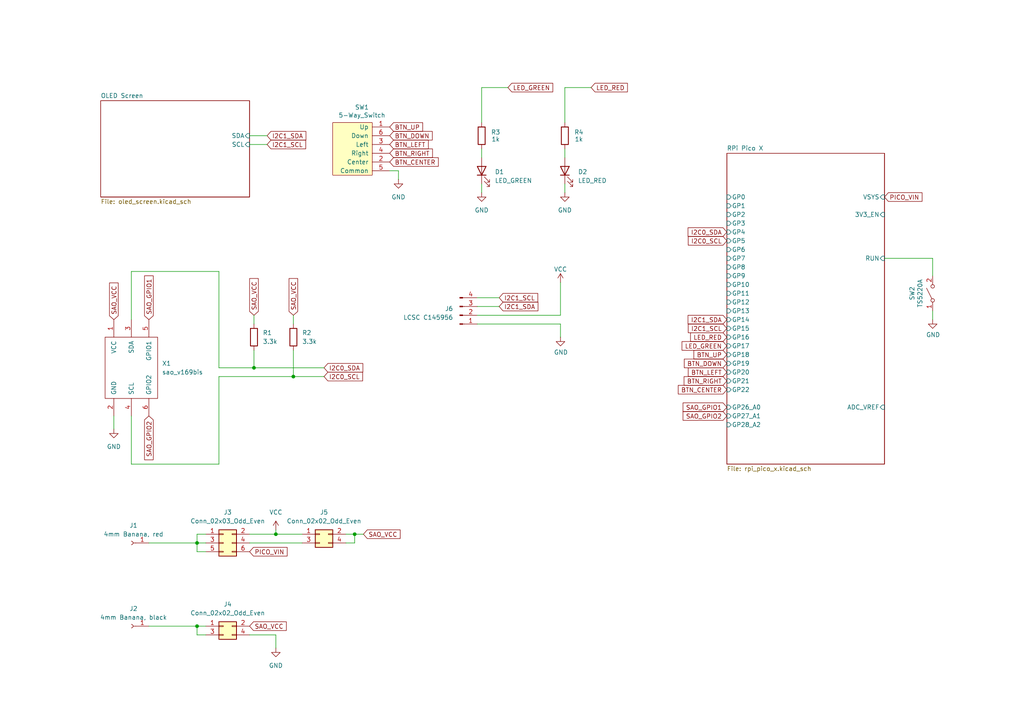
<source format=kicad_sch>
(kicad_sch (version 20241004) (generator "eeschema") (generator_version "8.99")
  (paper "A4")
  (title_block (title "SAO Dev Board") (date "2024-09-21") (rev "1.0") (company "HXR.DK"))
  (lib_symbols
    (symbol "Connector:Conn_01x01_Socket" (pin_names (offset 1.016) (hide yes))
      (property "Reference" "J" (at 0 2.54 0))
      (property "Value" "Conn_01x01_Socket" (at 0 -2.54 0))
      (symbol "Conn_01x01_Socket_1_1"
        (polyline (pts (xy -1.27 0) (xy -0.508 0)) (stroke (width 0.1524)))
        (arc (start 0 -0.508) (mid -0.5058 0) (end 0 0.508) (stroke (width 0.1524)))
        (pin passive line (at -5.08 0 0) (length 3.81) (name "Pin_1") (number "1"))
      )
    )
    (symbol "Connector:Conn_01x04_Male" (pin_names (offset 1.016) (hide yes))
      (property "Reference" "J" (at 0 5.08 0))
      (property "Value" "Conn_01x04_Male" (at 0 -7.62 0))
      (symbol "Conn_01x04_Male_1_1"
        (rectangle (start 0.8636 2.667) (end 0 2.413) (stroke (width 0.1524)) (fill (type outline)))
        (rectangle (start 0.8636 0.127) (end 0 -0.127) (stroke (width 0.1524)) (fill (type outline)))
        (rectangle (start 0.8636 -2.413) (end 0 -2.667) (stroke (width 0.1524)) (fill (type outline)))
        (rectangle (start 0.8636 -4.953) (end 0 -5.207) (stroke (width 0.1524)) (fill (type outline)))
        (polyline (pts (xy 1.27 2.54) (xy 0.8636 2.54)) (stroke (width 0.1524)))
        (polyline (pts (xy 1.27 0) (xy 0.8636 0)) (stroke (width 0.1524)))
        (polyline (pts (xy 1.27 -2.54) (xy 0.8636 -2.54)) (stroke (width 0.1524)))
        (polyline (pts (xy 1.27 -5.08) (xy 0.8636 -5.08)) (stroke (width 0.1524)))
        (pin passive line (at 5.08 2.54 180) (length 3.81) (name "Pin_1") (number "1"))
        (pin passive line (at 5.08 0 180) (length 3.81) (name "Pin_2") (number "2"))
        (pin passive line (at 5.08 -2.54 180) (length 3.81) (name "Pin_3") (number "3"))
        (pin passive line (at 5.08 -5.08 180) (length 3.81) (name "Pin_4") (number "4"))
      )
    )
    (symbol "Connector_Generic:Conn_02x02_Odd_Even" (pin_names (offset 1.016) (hide yes))
      (property "Reference" "J" (at 1.27 2.54 0))
      (property "Value" "Conn_02x02_Odd_Even" (at 1.27 -5.08 0))
      (symbol "Conn_02x02_Odd_Even_1_1"
        (rectangle (start -1.27 1.27) (end 3.81 -3.81) (stroke (width 0.254)) (fill (type background)))
        (rectangle (start -1.27 0.127) (end 0 -0.127) (stroke (width 0.1524)))
        (rectangle (start -1.27 -2.413) (end 0 -2.667) (stroke (width 0.1524)))
        (rectangle (start 3.81 0.127) (end 2.54 -0.127) (stroke (width 0.1524)))
        (rectangle (start 3.81 -2.413) (end 2.54 -2.667) (stroke (width 0.1524)))
        (pin passive line (at -5.08 0 0) (length 3.81) (name "Pin_1") (number "1"))
        (pin passive line (at -5.08 -2.54 0) (length 3.81) (name "Pin_3") (number "3"))
        (pin passive line (at 7.62 0 180) (length 3.81) (name "Pin_2") (number "2"))
        (pin passive line (at 7.62 -2.54 180) (length 3.81) (name "Pin_4") (number "4"))
      )
    )
    (symbol "Connector_Generic:Conn_02x03_Odd_Even" (pin_names (offset 1.016) (hide yes))
      (property "Reference" "J" (at 1.27 5.08 0))
      (property "Value" "Conn_02x03_Odd_Even" (at 1.27 -5.08 0))
      (symbol "Conn_02x03_Odd_Even_1_1"
        (rectangle (start -1.27 3.81) (end 3.81 -3.81) (stroke (width 0.254)) (fill (type background)))
        (rectangle (start -1.27 2.667) (end 0 2.413) (stroke (width 0.1524)))
        (rectangle (start -1.27 0.127) (end 0 -0.127) (stroke (width 0.1524)))
        (rectangle (start -1.27 -2.413) (end 0 -2.667) (stroke (width 0.1524)))
        (rectangle (start 3.81 2.667) (end 2.54 2.413) (stroke (width 0.1524)))
        (rectangle (start 3.81 0.127) (end 2.54 -0.127) (stroke (width 0.1524)))
        (rectangle (start 3.81 -2.413) (end 2.54 -2.667) (stroke (width 0.1524)))
        (pin passive line (at -5.08 2.54 0) (length 3.81) (name "Pin_1") (number "1"))
        (pin passive line (at -5.08 0 0) (length 3.81) (name "Pin_3") (number "3"))
        (pin passive line (at -5.08 -2.54 0) (length 3.81) (name "Pin_5") (number "5"))
        (pin passive line (at 7.62 2.54 180) (length 3.81) (name "Pin_2") (number "2"))
        (pin passive line (at 7.62 0 180) (length 3.81) (name "Pin_4") (number "4"))
        (pin passive line (at 7.62 -2.54 180) (length 3.81) (name "Pin_6") (number "6"))
      )
    )
    (symbol "Device:LED" (pin_numbers (hide yes)) (pin_names (offset 1.016) (hide yes))
      (property "Reference" "D" (at 0 2.54 0))
      (property "Value" "LED" (at 0 -2.54 0))
      (symbol "LED_0_1"
        (polyline (pts (xy -3.048 -0.762) (xy -4.572 -2.286) (xy -3.81 -2.286) (xy -4.572 -2.286) (xy -4.572 -1.524)))
        (polyline (pts (xy -1.778 -0.762) (xy -3.302 -2.286) (xy -2.54 -2.286) (xy -3.302 -2.286) (xy -3.302 -1.524)))
        (polyline (pts (xy -1.27 0) (xy 1.27 0)))
        (polyline (pts (xy -1.27 -1.27) (xy -1.27 1.27)) (stroke (width 0.254)))
        (polyline (pts (xy 1.27 -1.27) (xy 1.27 1.27) (xy -1.27 0) (xy 1.27 -1.27)) (stroke (width 0.254)))
      )
      (symbol "LED_1_1"
        (pin passive line (at -3.81 0 0) (length 2.54) (name "K") (number "1"))
        (pin passive line (at 3.81 0 180) (length 2.54) (name "A") (number "2"))
      )
    )
    (symbol "Device:R" (pin_numbers (hide yes)) (pin_names (offset 0))
      (property "Reference" "R" (at 2.032 0 90))
      (property "Value" "R" (at 0 0 90))
      (symbol "R_0_1"
        (rectangle (start -1.016 -2.54) (end 1.016 2.54) (stroke (width 0.254)))
      )
      (symbol "R_1_1"
        (pin passive line (at 0 3.81 270) (length 1.27) (name "~") (number "1"))
        (pin passive line (at 0 -3.81 90) (length 1.27) (name "~") (number "2"))
      )
    )
    (symbol "Switch:SW_SPST" (pin_names (offset 0) (hide yes))
      (property "Reference" "SW" (at 0 3.175 0))
      (property "Value" "SW_SPST" (at 0 -2.54 0))
      (symbol "SW_SPST_0_0"
        (circle (center -2.032 0) (radius 0.508))
        (polyline (pts (xy -1.524 0.254) (xy 1.524 1.778)))
        (circle (center 2.032 0) (radius 0.508))
      )
      (symbol "SW_SPST_1_1"
        (pin passive line (at -5.08 0 0) (length 2.54) (name "A") (number "1"))
        (pin passive line (at 5.08 0 180) (length 2.54) (name "B") (number "2"))
      )
    )
    (symbol "Switch_Extra:5-Way_Switch" (pin_names (offset 1.016))
      (property "Reference" "U" (at 5.08 10.16 0))
      (property "Value" "Switch_Extra_5-Way_Switch" (at 0 -7.62 0))
      (symbol "5-Way_Switch_0_1"
        (rectangle (start 5.08 8.89) (end -6.35 -6.35) (fill (type background)))
      )
      (symbol "5-Way_Switch_1_1"
        (pin output line (at 10.16 7.62 180) (length 5.08) (name "Up") (number "1"))
        (pin output line (at 10.16 5.08 180) (length 5.08) (name "Down") (number "6"))
        (pin output line (at 10.16 2.54 180) (length 5.08) (name "Left") (number "3"))
        (pin output line (at 10.16 0 180) (length 5.08) (name "Right") (number "4"))
        (pin output line (at 10.16 -2.54 180) (length 5.08) (name "Center") (number "2"))
        (pin input line (at 10.16 -5.08 180) (length 5.08) (name "Common") (number "5"))
        (pin input line (at 10.16 -5.08 180) (length 5.08) (hide yes) (name "SHIELD") (number "SHIELD"))
      )
    )
    (symbol "badgelife_shitty_addon_v169bis:Badgelife_sao_connector_v169bis" (pin_names (offset 1.016))
      (property "Reference" "X" (at 0 0 0))
      (property "Value" "Badgelife_sao_connector_v169bis" (at 0 20.32 0))
      (symbol "Badgelife_sao_connector_v169bis_0_1"
        (rectangle (start -7.62 8.89) (end 7.62 -8.89))
      )
      (symbol "Badgelife_sao_connector_v169bis_1_1"
        (pin input line (at -5.08 13.97 270) (length 5.08) (name "VCC") (number "1"))
        (pin input line (at -5.08 -13.97 90) (length 5.08) (name "GND") (number "2"))
        (pin input line (at 0 13.97 270) (length 5.08) (name "SDA") (number "3"))
        (pin input line (at 0 -13.97 90) (length 5.08) (name "SCL") (number "4"))
        (pin input line (at 5.08 13.97 270) (length 5.08) (name "GPIO1") (number "5"))
        (pin input line (at 5.08 -13.97 90) (length 5.08) (name "GPIO2") (number "6"))
      )
    )
    (symbol "power:GND" (power) (pin_numbers (hide yes)) (pin_names (offset 0) (hide yes))
      (property "Value" "GND" (at 0 -3.81 0))
      (symbol "GND_0_1"
        (polyline (pts (xy 0 0) (xy 0 -1.27) (xy 1.27 -1.27) (xy 0 -2.54) (xy -1.27 -1.27) (xy 0 -1.27)))
      )
      (symbol "GND_1_1"
        (pin power_in line (at 0 0 270) (length 0) (name "~") (number "1"))
      )
    )
    (symbol "power:VCC" (power) (pin_names (offset 0))
      (property "Value" "VCC" (at 0 3.81 0))
      (symbol "VCC_0_1"
        (polyline (pts (xy -0.762 1.27) (xy 0 2.54)))
        (polyline (pts (xy 0 2.54) (xy 0.762 1.27)))
        (polyline (pts (xy 0 0) (xy 0 2.54)))
      )
      (symbol "VCC_1_1"
        (pin power_in line (at 0 0 90) (length 0) (hide yes) (name "VCC") (number "1"))
      )
    )
  )
  (junction (at 85.09 109.22))
  (junction (at 57.15 157.48))
  (junction (at 73.66 106.68))
  (junction (at 80.01 154.94))
  (junction (at 57.15 181.61))
  (junction (at 102.87 154.94))
  (wire (pts (xy 138.43 88.9) (xy 144.78 88.9)))
  (wire (pts (xy 139.7 53.34) (xy 139.7 55.88)))
  (wire (pts (xy 63.5 106.68) (xy 73.66 106.68)))
  (wire (pts (xy 57.15 181.61) (xy 59.69 181.61)))
  (wire (pts (xy 57.15 160.02) (xy 57.15 157.48)))
  (wire (pts (xy 57.15 157.48) (xy 59.69 157.48)))
  (wire (pts (xy 73.66 101.6) (xy 73.66 106.68)))
  (wire (pts (xy 33.02 120.65) (xy 33.02 124.46)))
  (wire (pts (xy 80.01 154.94) (xy 87.63 154.94)))
  (wire (pts (xy 102.87 157.48) (xy 102.87 154.94)))
  (wire (pts (xy 102.87 154.94) (xy 105.41 154.94)))
  (wire (pts (xy 115.57 49.53) (xy 115.57 52.07)))
  (wire (pts (xy 63.5 134.62) (xy 38.1 134.62)))
  (wire (pts (xy 163.83 35.56) (xy 163.83 25.4)))
  (wire (pts (xy 139.7 43.18) (xy 139.7 45.72)))
  (wire (pts (xy 270.51 74.93) (xy 270.51 80.01)))
  (wire (pts (xy 138.43 91.44) (xy 162.56 91.44)))
  (wire (pts (xy 256.54 74.93) (xy 270.51 74.93)))
  (wire (pts (xy 163.83 25.4) (xy 171.45 25.4)))
  (wire (pts (xy 270.51 90.17) (xy 270.51 92.71)))
  (wire (pts (xy 72.39 157.48) (xy 87.63 157.48)))
  (wire (pts (xy 59.69 184.15) (xy 57.15 184.15)))
  (wire (pts (xy 59.69 160.02) (xy 57.15 160.02)))
  (wire (pts (xy 72.39 184.15) (xy 80.01 184.15)))
  (wire (pts (xy 100.33 154.94) (xy 102.87 154.94)))
  (wire (pts (xy 139.7 25.4) (xy 147.32 25.4)))
  (wire (pts (xy 113.03 49.53) (xy 115.57 49.53)))
  (wire (pts (xy 100.33 157.48) (xy 102.87 157.48)))
  (wire (pts (xy 138.43 86.36) (xy 144.78 86.36)))
  (wire (pts (xy 163.83 43.18) (xy 163.83 45.72)))
  (wire (pts (xy 72.39 154.94) (xy 80.01 154.94)))
  (wire (pts (xy 43.18 157.48) (xy 57.15 157.48)))
  (wire (pts (xy 162.56 81.915) (xy 162.56 91.44)))
  (wire (pts (xy 38.1 78.74) (xy 38.1 92.71)))
  (wire (pts (xy 139.7 35.56) (xy 139.7 25.4)))
  (wire (pts (xy 72.39 39.37) (xy 77.47 39.37)))
  (wire (pts (xy 80.01 153.67) (xy 80.01 154.94)))
  (wire (pts (xy 63.5 78.74) (xy 38.1 78.74)))
  (wire (pts (xy 85.09 109.22) (xy 93.98 109.22)))
  (wire (pts (xy 57.15 154.94) (xy 57.15 157.48)))
  (wire (pts (xy 162.56 93.98) (xy 162.56 97.79)))
  (wire (pts (xy 59.69 154.94) (xy 57.15 154.94)))
  (wire (pts (xy 73.66 91.44) (xy 73.66 93.98)))
  (wire (pts (xy 80.01 187.96) (xy 80.01 184.15)))
  (wire (pts (xy 85.09 91.44) (xy 85.09 93.98)))
  (wire (pts (xy 85.09 101.6) (xy 85.09 109.22)))
  (wire (pts (xy 163.83 53.34) (xy 163.83 55.88)))
  (wire (pts (xy 63.5 106.68) (xy 63.5 78.74)))
  (wire (pts (xy 38.1 134.62) (xy 38.1 120.65)))
  (wire (pts (xy 73.66 106.68) (xy 93.98 106.68)))
  (wire (pts (xy 63.5 109.22) (xy 63.5 134.62)))
  (wire (pts (xy 63.5 109.22) (xy 85.09 109.22)))
  (wire (pts (xy 57.15 184.15) (xy 57.15 181.61)))
  (wire (pts (xy 43.18 181.61) (xy 57.15 181.61)))
  (wire (pts (xy 138.43 93.98) (xy 162.56 93.98)))
  (wire (pts (xy 72.39 41.91) (xy 77.47 41.91)))
  (global_label "SAO_GPIO1" (shape input) (at 43.18 92.71 90) (property "Intersheetrefs" "${INTERSHEET_REFS}" (effects (hide yes))))
  (global_label "I2C0_SCL" (shape input) (at 210.82 69.85 180) (property "Intersheetrefs" "${INTERSHEET_REFS}" (effects (hide yes))))
  (global_label "BTN_UP" (shape input) (at 210.82 102.87 180) (property "Intersheetrefs" "${INTERSHEET_REFS}" (effects (hide yes))))
  (global_label "I2C0_SDA" (shape input) (at 210.82 67.31 180) (property "Intersheetrefs" "${INTERSHEET_REFS}" (effects (hide yes))))
  (global_label "SAO_GPIO2" (shape input) (at 210.82 120.65 180) (property "Intersheetrefs" "${INTERSHEET_REFS}" (effects (hide yes))))
  (global_label "BTN_RIGHT" (shape input) (at 113.03 44.45 0) (property "Intersheetrefs" "${INTERSHEET_REFS}" (effects (hide yes))))
  (global_label "BTN_DOWN" (shape input) (at 113.03 39.37 0) (property "Intersheetrefs" "${INTERSHEET_REFS}" (effects (hide yes))))
  (global_label "LED_GREEN" (shape input) (at 147.32 25.4 0) (property "Intersheetrefs" "${INTERSHEET_REFS}" (effects (hide yes))))
  (global_label "PICO_VIN" (shape input) (at 72.39 160.02 0) (property "Intersheetrefs" "${INTERSHEET_REFS}" (effects (hide yes))))
  (global_label "LED_RED" (shape input) (at 210.82 97.79 180) (property "Intersheetrefs" "${INTERSHEET_REFS}" (effects (hide yes))))
  (global_label "BTN_CENTER" (shape input) (at 113.03 46.99 0) (property "Intersheetrefs" "${INTERSHEET_REFS}" (effects (hide yes))))
  (global_label "I2C1_SCL" (shape input) (at 77.47 41.91 0) (property "Intersheetrefs" "${INTERSHEET_REFS}" (effects (hide yes))))
  (global_label "BTN_RIGHT" (shape input) (at 210.82 110.49 180) (property "Intersheetrefs" "${INTERSHEET_REFS}" (effects (hide yes))))
  (global_label "I2C1_SDA" (shape input) (at 77.47 39.37 0) (property "Intersheetrefs" "${INTERSHEET_REFS}" (effects (hide yes))))
  (global_label "I2C1_SCL" (shape input) (at 144.78 86.36 0) (property "Intersheetrefs" "${INTERSHEET_REFS}" (effects (hide yes))))
  (global_label "LED_GREEN" (shape input) (at 210.82 100.33 180) (property "Intersheetrefs" "${INTERSHEET_REFS}" (effects (hide yes))))
  (global_label "BTN_LEFT" (shape input) (at 210.82 107.95 180) (property "Intersheetrefs" "${INTERSHEET_REFS}" (effects (hide yes))))
  (global_label "SAO_GPIO1" (shape input) (at 210.82 118.11 180) (property "Intersheetrefs" "${INTERSHEET_REFS}" (effects (hide yes))))
  (global_label "LED_RED" (shape input) (at 171.45 25.4 0) (property "Intersheetrefs" "${INTERSHEET_REFS}" (effects (hide yes))))
  (global_label "I2C0_SCL" (shape input) (at 93.98 109.22 0) (property "Intersheetrefs" "${INTERSHEET_REFS}" (effects (hide yes))))
  (global_label "SAO_VCC" (shape input) (at 73.66 91.44 90) (property "Intersheetrefs" "${INTERSHEET_REFS}" (effects (hide yes))))
  (global_label "SAO_VCC" (shape input) (at 85.09 91.44 90) (property "Intersheetrefs" "${INTERSHEET_REFS}" (effects (hide yes))))
  (global_label "SAO_VCC" (shape input) (at 105.41 154.94 0) (property "Intersheetrefs" "${INTERSHEET_REFS}" (effects (hide yes))))
  (global_label "SAO_VCC" (shape input) (at 72.39 181.61 0) (property "Intersheetrefs" "${INTERSHEET_REFS}" (effects (hide yes))))
  (global_label "SAO_GPIO2" (shape input) (at 43.18 120.65 270) (property "Intersheetrefs" "${INTERSHEET_REFS}" (effects (hide yes))))
  (global_label "BTN_UP" (shape input) (at 113.03 36.83 0) (property "Intersheetrefs" "${INTERSHEET_REFS}" (effects (hide yes))))
  (global_label "I2C1_SDA" (shape input) (at 210.82 92.71 180) (property "Intersheetrefs" "${INTERSHEET_REFS}" (effects (hide yes))))
  (global_label "PICO_VIN" (shape input) (at 256.54 57.15 0) (property "Intersheetrefs" "${INTERSHEET_REFS}" (effects (hide yes))))
  (global_label "BTN_CENTER" (shape input) (at 210.82 113.03 180) (property "Intersheetrefs" "${INTERSHEET_REFS}" (effects (hide yes))))
  (global_label "I2C1_SCL" (shape input) (at 210.82 95.25 180) (property "Intersheetrefs" "${INTERSHEET_REFS}" (effects (hide yes))))
  (global_label "BTN_LEFT" (shape input) (at 113.03 41.91 0) (property "Intersheetrefs" "${INTERSHEET_REFS}" (effects (hide yes))))
  (global_label "SAO_VCC" (shape input) (at 33.02 92.71 90) (property "Intersheetrefs" "${INTERSHEET_REFS}" (effects (hide yes))))
  (global_label "I2C1_SDA" (shape input) (at 144.78 88.9 0) (property "Intersheetrefs" "${INTERSHEET_REFS}" (effects (hide yes))))
  (global_label "I2C0_SDA" (shape input) (at 93.98 106.68 0) (property "Intersheetrefs" "${INTERSHEET_REFS}" (effects (hide yes))))
  (global_label "BTN_DOWN" (shape input) (at 210.82 105.41 180) (property "Intersheetrefs" "${INTERSHEET_REFS}" (effects (hide yes))))
  (symbol (lib_id "power:GND") (at 80.01 187.96 0) (unit 1)
    (property "Reference" "#PWR03" (effects (hide yes)))
    (property "Value" "GND" (at 80.01 193.04 0))
    (property "Description" "Power symbol creates a global label with name \"GND\" , ground" (effects (hide yes)))
  )
  (symbol (lib_id "Connector:Conn_01x04_Male") (at 133.35 91.44 0) (mirror x) (unit 1)
    (property "Reference" "J6" (at 131.445 89.5349 0) (effects (justify right)))
    (property "Value" "LCSC C145956" (at 131.445 92.0749 0) (effects (justify right)))
    (property "Footprint" "Connector_JST:JST_SH_SM04B-SRSS-TB_1x04-1MP_P1.00mm_Horizontal" (effects (hide yes)))
  )
  (symbol (lib_id "power:GND") (at 139.7 55.88 0) (unit 1)
    (property "Reference" "#PWR05" (effects (hide yes)))
    (property "Value" "GND" (at 139.7 60.96 0))
  )
  (symbol (lib_id "Switch:SW_SPST") (at 270.51 85.09 90) (unit 1)
    (property "Reference" "SW2" (at 264.541 85.09 0))
    (property "Value" "TS5220A" (at 266.8524 85.09 0))
    (property "Footprint" "Button_Switch_SMD:SW_SPST_TL3342" (effects (hide yes)))
  )
  (symbol (lib_id "power:GND") (at 33.02 124.46 0) (unit 1)
    (property "Reference" "#PWR01" (effects (hide yes)))
    (property "Value" "GND" (at 33.02 129.54 0))
    (property "Description" "Power symbol creates a global label with name \"GND\" , ground" (effects (hide yes)))
  )
  (symbol (lib_id "Device:R") (at 73.66 97.79 0) (unit 1)
    (property "Reference" "R1" (at 76.2 96.5199 0) (effects (justify left)))
    (property "Value" "3.3k" (at 76.2 99.0599 0) (effects (justify left)))
    (property "Footprint" "Resistor_SMD:R_0603_1608Metric" (effects (hide yes)))
    (property "Description" "Resistor" (effects (hide yes)))
  )
  (symbol (lib_id "Connector_Generic:Conn_02x02_Odd_Even") (at 64.77 181.61 0) (unit 1)
    (property "Reference" "J4" (at 66.04 175.26 0))
    (property "Value" "Conn_02x02_Odd_Even" (at 66.04 177.8 0))
    (property "Footprint" "Connector_PinHeader_2.54mm:PinHeader_2x02_P2.54mm_Vertical" (effects (hide yes)))
    (property "Description" "Generic connector, double row, 02x02, odd/even pin numbering scheme (row 1 odd numbers, row 2 even numbers), script generated (kicad-library-utils/schlib/autogen/connector/)" (effects (hide yes)))
  )
  (symbol (lib_id "power:GND") (at 270.51 92.71 0) (unit 1)
    (property "Reference" "#PWR09" (effects (hide yes)))
    (property "Value" "GND" (at 270.637 97.1042 0))
  )
  (symbol (lib_id "Connector_Generic:Conn_02x02_Odd_Even") (at 92.71 154.94 0) (unit 1)
    (property "Reference" "J5" (at 93.98 148.59 0))
    (property "Value" "Conn_02x02_Odd_Even" (at 93.98 151.13 0))
    (property "Footprint" "Connector_PinHeader_2.54mm:PinHeader_2x02_P2.54mm_Vertical" (effects (hide yes)))
    (property "Description" "Generic connector, double row, 02x02, odd/even pin numbering scheme (row 1 odd numbers, row 2 even numbers), script generated (kicad-library-utils/schlib/autogen/connector/)" (effects (hide yes)))
  )
  (symbol (lib_id "Connector:Conn_01x01_Socket") (at 38.1 157.48 180) (unit 1)
    (property "Reference" "J1" (at 38.735 152.4 0))
    (property "Value" "4mm Banana, red" (at 38.735 154.94 0))
    (property "Footprint" "Connector:Banana_Cliff_FCR7350R_S16N-PC_Horizontal" (effects (hide yes)))
    (property "Description" "Generic connector, single row, 01x01, script generated" (effects (hide yes)))
  )
  (symbol (lib_id "power:VCC") (at 80.01 153.67 0) (unit 1)
    (property "Reference" "#PWR02" (effects (hide yes)))
    (property "Value" "VCC" (at 80.01 148.59 0))
  )
  (symbol (lib_id "power:GND") (at 162.56 97.79 0) (unit 1)
    (property "Reference" "#PWR07" (effects (hide yes)))
    (property "Value" "GND" (at 162.687 102.1842 0))
  )
  (symbol (lib_id "Device:LED") (at 139.7 49.53 90) (unit 1)
    (property "Reference" "D1" (at 143.51 49.8474 90) (effects (justify right)))
    (property "Value" "LED_GREEN" (at 143.51 52.3874 90) (effects (justify right)))
    (property "Footprint" "LED_SMD:LED_0603_1608Metric" (effects (hide yes)))
  )
  (symbol (lib_id "badgelife_shitty_addon_v169bis:Badgelife_sao_connector_v169bis") (at 38.1 106.68 0) (unit 1)
    (property "Reference" "X1" (at 46.99 105.4099 0) (effects (justify left)))
    (property "Value" "sao_v169bis" (at 46.99 107.9499 0) (effects (justify left)))
    (property "Footprint" "badgelife_sao_v169bis:Badgelife-SAOv169-BADGE-2x3" (effects (hide yes)))
  )
  (symbol (lib_id "power:GND") (at 115.57 52.07 0) (unit 1)
    (property "Reference" "#PWR04" (effects (hide yes)))
    (property "Value" "GND" (at 115.57 57.15 0))
    (property "Description" "Power symbol creates a global label with name \"GND\" , ground" (effects (hide yes)))
  )
  (symbol (lib_id "Device:R") (at 85.09 97.79 0) (unit 1)
    (property "Reference" "R2" (at 87.63 96.5199 0) (effects (justify left)))
    (property "Value" "3.3k" (at 87.63 99.0599 0) (effects (justify left)))
    (property "Footprint" "Resistor_SMD:R_0603_1608Metric" (effects (hide yes)))
    (property "Description" "Resistor" (effects (hide yes)))
  )
  (symbol (lib_id "Device:R") (at 163.83 39.37 0) (unit 1)
    (property "Reference" "R4" (at 167.894 38.354 0))
    (property "Value" "1k" (at 167.894 40.386 0))
    (property "Footprint" "Resistor_SMD:R_0603_1608Metric" (effects (hide yes)))
  )
  (symbol (lib_id "Connector_Generic:Conn_02x03_Odd_Even") (at 64.77 157.48 0) (unit 1)
    (property "Reference" "J3" (at 66.04 148.59 0))
    (property "Value" "Conn_02x03_Odd_Even" (at 66.04 151.13 0))
    (property "Footprint" "Connector_PinHeader_2.54mm:PinHeader_2x03_P2.54mm_Vertical" (effects (hide yes)))
    (property "Description" "Generic connector, double row, 02x03, odd/even pin numbering scheme (row 1 odd numbers, row 2 even numbers), script generated (kicad-library-utils/schlib/autogen/connector/)" (effects (hide yes)))
  )
  (symbol (lib_id "Device:LED") (at 163.83 49.53 90) (unit 1)
    (property "Reference" "D2" (at 167.64 49.8474 90) (effects (justify right)))
    (property "Value" "LED_RED" (at 167.64 52.3874 90) (effects (justify right)))
    (property "Footprint" "LED_SMD:LED_0603_1608Metric" (effects (hide yes)))
  )
  (symbol (lib_id "power:GND") (at 163.83 55.88 0) (unit 1)
    (property "Reference" "#PWR08" (effects (hide yes)))
    (property "Value" "GND" (at 163.83 60.96 0))
  )
  (symbol (lib_id "power:VCC") (at 162.56 81.915 0) (unit 1)
    (property "Reference" "#PWR06" (effects (hide yes)))
    (property "Value" "VCC" (at 162.56 78.105 0))
  )
  (symbol (lib_id "Connector:Conn_01x01_Socket") (at 38.1 181.61 180) (unit 1)
    (property "Reference" "J2" (at 38.735 176.53 0))
    (property "Value" "4mm Banana, black" (at 38.735 179.07 0))
    (property "Footprint" "Connector:Banana_Cliff_FCR7350B_S16N-PC_Horizontal" (effects (hide yes)))
    (property "Description" "Generic connector, single row, 01x01, script generated" (effects (hide yes)))
  )
  (symbol (lib_id "Switch_Extra:5-Way_Switch") (at 102.87 44.45 0) (unit 1)
    (property "Reference" "SW1" (at 104.9782 31.115 0))
    (property "Value" "5-Way_Switch" (at 104.9782 33.4264 0))
    (property "Footprint" "Buttons:TE-2425755-1" (effects (hide yes)))
  )
  (symbol (lib_id "Device:R") (at 139.7 39.37 0) (unit 1)
    (property "Reference" "R3" (at 143.764 38.354 0))
    (property "Value" "1k" (at 143.764 40.386 0))
    (property "Footprint" "Resistor_SMD:R_0603_1608Metric" (effects (hide yes)))
  )
  (sheet (at 29.21 29.21) (size 43.18 27.94) (stroke (width 0.1524))
    (property "Sheetname" "OLED Screen" (at 29.21 28.4984 0) (effects (justify left bottom)))
    (property "Sheetfile" "oled_screen.kicad_sch" (at 29.21 57.7346 0) (effects (justify left top)))
    (pin "SDA" input (at 72.39 39.37 0))
    (pin "SCL" input (at 72.39 41.91 0))
  )
  (sheet (at 210.82 44.45) (size 45.72 90.17) (stroke (width 0.1524))
    (property "Sheetname" "RPi Pico X" (at 210.82 43.7384 0) (effects (justify left bottom)))
    (property "Sheetfile" "rpi_pico_x.kicad_sch" (at 210.82 135.2046 0) (effects (justify left top)))
    (pin "GP18" input (at 210.82 102.87 180))
    (pin "GP19" input (at 210.82 105.41 180))
    (pin "GP20" input (at 210.82 107.95 180))
    (pin "GP21" input (at 210.82 110.49 180))
    (pin "GP22" input (at 210.82 113.03 180))
    (pin "RUN" input (at 256.54 74.93 0))
    (pin "GP26_A0" input (at 210.82 118.11 180))
    (pin "GP27_A1" input (at 210.82 120.65 180))
    (pin "VSYS" input (at 256.54 57.15 0))
    (pin "GP28_A2" input (at 210.82 123.19 180))
    (pin "ADC_VREF" input (at 256.54 118.11 0))
    (pin "3V3_EN" input (at 256.54 62.23 0))
    (pin "GP5" input (at 210.82 69.85 180))
    (pin "GP6" input (at 210.82 72.39 180))
    (pin "GP11" input (at 210.82 85.09 180))
    (pin "GP12" input (at 210.82 87.63 180))
    (pin "GP16" input (at 210.82 97.79 180))
    (pin "GP17" input (at 210.82 100.33 180))
    (pin "GP4" input (at 210.82 67.31 180))
    (pin "GP0" input (at 210.82 57.15 180))
    (pin "GP1" input (at 210.82 59.69 180))
    (pin "GP2" input (at 210.82 62.23 180))
    (pin "GP3" input (at 210.82 64.77 180))
    (pin "GP7" input (at 210.82 74.93 180))
    (pin "GP8" input (at 210.82 77.47 180))
    (pin "GP9" input (at 210.82 80.01 180))
    (pin "GP10" input (at 210.82 82.55 180))
    (pin "GP15" input (at 210.82 95.25 180))
    (pin "GP13" input (at 210.82 90.17 180))
    (pin "GP14" input (at 210.82 92.71 180))
  )
)
</source>
